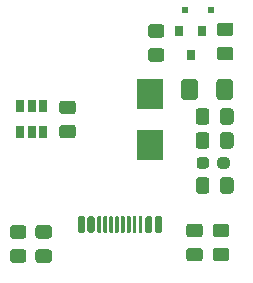
<source format=gbr>
%TF.GenerationSoftware,KiCad,Pcbnew,(5.1.6)-1*%
%TF.CreationDate,2021-03-12T01:35:39-08:00*%
%TF.ProjectId,WML-C43,574d4c2d-4334-4332-9e6b-696361645f70,rev?*%
%TF.SameCoordinates,Original*%
%TF.FileFunction,Paste,Bot*%
%TF.FilePolarity,Positive*%
%FSLAX46Y46*%
G04 Gerber Fmt 4.6, Leading zero omitted, Abs format (unit mm)*
G04 Created by KiCad (PCBNEW (5.1.6)-1) date 2021-03-12 01:35:39*
%MOMM*%
%LPD*%
G01*
G04 APERTURE LIST*
%ADD10R,0.500000X0.500000*%
%ADD11R,0.800000X0.900000*%
%ADD12R,0.650000X1.060000*%
%ADD13R,2.300000X2.500000*%
G04 APERTURE END LIST*
D10*
%TO.C,D2*%
X167724000Y-35560000D03*
X165524000Y-35560000D03*
%TD*%
D11*
%TO.C,U2*%
X165989000Y-39354000D03*
X166939000Y-37354000D03*
X165039000Y-37354000D03*
%TD*%
D12*
%TO.C,U1*%
X152527000Y-45931000D03*
X151577000Y-45931000D03*
X153477000Y-45931000D03*
X153477000Y-43731000D03*
X152527000Y-43731000D03*
X151577000Y-43731000D03*
%TD*%
%TO.C,R3*%
G36*
G01*
X150933999Y-55822000D02*
X151834001Y-55822000D01*
G75*
G02*
X152084000Y-56071999I0J-249999D01*
G01*
X152084000Y-56722001D01*
G75*
G02*
X151834001Y-56972000I-249999J0D01*
G01*
X150933999Y-56972000D01*
G75*
G02*
X150684000Y-56722001I0J249999D01*
G01*
X150684000Y-56071999D01*
G75*
G02*
X150933999Y-55822000I249999J0D01*
G01*
G37*
G36*
G01*
X150933999Y-53772000D02*
X151834001Y-53772000D01*
G75*
G02*
X152084000Y-54021999I0J-249999D01*
G01*
X152084000Y-54672001D01*
G75*
G02*
X151834001Y-54922000I-249999J0D01*
G01*
X150933999Y-54922000D01*
G75*
G02*
X150684000Y-54672001I0J249999D01*
G01*
X150684000Y-54021999D01*
G75*
G02*
X150933999Y-53772000I249999J0D01*
G01*
G37*
%TD*%
%TO.C,R2*%
G36*
G01*
X153092999Y-55822000D02*
X153993001Y-55822000D01*
G75*
G02*
X154243000Y-56071999I0J-249999D01*
G01*
X154243000Y-56722001D01*
G75*
G02*
X153993001Y-56972000I-249999J0D01*
G01*
X153092999Y-56972000D01*
G75*
G02*
X152843000Y-56722001I0J249999D01*
G01*
X152843000Y-56071999D01*
G75*
G02*
X153092999Y-55822000I249999J0D01*
G01*
G37*
G36*
G01*
X153092999Y-53772000D02*
X153993001Y-53772000D01*
G75*
G02*
X154243000Y-54021999I0J-249999D01*
G01*
X154243000Y-54672001D01*
G75*
G02*
X153993001Y-54922000I-249999J0D01*
G01*
X153092999Y-54922000D01*
G75*
G02*
X152843000Y-54672001I0J249999D01*
G01*
X152843000Y-54021999D01*
G75*
G02*
X153092999Y-53772000I249999J0D01*
G01*
G37*
%TD*%
%TO.C,F1*%
G36*
G01*
X168161000Y-42916000D02*
X168161000Y-41666000D01*
G75*
G02*
X168411000Y-41416000I250000J0D01*
G01*
X169336000Y-41416000D01*
G75*
G02*
X169586000Y-41666000I0J-250000D01*
G01*
X169586000Y-42916000D01*
G75*
G02*
X169336000Y-43166000I-250000J0D01*
G01*
X168411000Y-43166000D01*
G75*
G02*
X168161000Y-42916000I0J250000D01*
G01*
G37*
G36*
G01*
X165186000Y-42916000D02*
X165186000Y-41666000D01*
G75*
G02*
X165436000Y-41416000I250000J0D01*
G01*
X166361000Y-41416000D01*
G75*
G02*
X166611000Y-41666000I0J-250000D01*
G01*
X166611000Y-42916000D01*
G75*
G02*
X166361000Y-43166000I-250000J0D01*
G01*
X165436000Y-43166000D01*
G75*
G02*
X165186000Y-42916000I0J250000D01*
G01*
G37*
%TD*%
D13*
%TO.C,D1*%
X162560000Y-46981000D03*
X162560000Y-42681000D03*
%TD*%
%TO.C,C4*%
G36*
G01*
X168459999Y-38677000D02*
X169360001Y-38677000D01*
G75*
G02*
X169610000Y-38926999I0J-249999D01*
G01*
X169610000Y-39577001D01*
G75*
G02*
X169360001Y-39827000I-249999J0D01*
G01*
X168459999Y-39827000D01*
G75*
G02*
X168210000Y-39577001I0J249999D01*
G01*
X168210000Y-38926999D01*
G75*
G02*
X168459999Y-38677000I249999J0D01*
G01*
G37*
G36*
G01*
X168459999Y-36627000D02*
X169360001Y-36627000D01*
G75*
G02*
X169610000Y-36876999I0J-249999D01*
G01*
X169610000Y-37527001D01*
G75*
G02*
X169360001Y-37777000I-249999J0D01*
G01*
X168459999Y-37777000D01*
G75*
G02*
X168210000Y-37527001I0J249999D01*
G01*
X168210000Y-36876999D01*
G75*
G02*
X168459999Y-36627000I249999J0D01*
G01*
G37*
%TD*%
%TO.C,C3*%
G36*
G01*
X155124999Y-45281000D02*
X156025001Y-45281000D01*
G75*
G02*
X156275000Y-45530999I0J-249999D01*
G01*
X156275000Y-46181001D01*
G75*
G02*
X156025001Y-46431000I-249999J0D01*
G01*
X155124999Y-46431000D01*
G75*
G02*
X154875000Y-46181001I0J249999D01*
G01*
X154875000Y-45530999D01*
G75*
G02*
X155124999Y-45281000I249999J0D01*
G01*
G37*
G36*
G01*
X155124999Y-43231000D02*
X156025001Y-43231000D01*
G75*
G02*
X156275000Y-43480999I0J-249999D01*
G01*
X156275000Y-44131001D01*
G75*
G02*
X156025001Y-44381000I-249999J0D01*
G01*
X155124999Y-44381000D01*
G75*
G02*
X154875000Y-44131001I0J249999D01*
G01*
X154875000Y-43480999D01*
G75*
G02*
X155124999Y-43231000I249999J0D01*
G01*
G37*
%TD*%
%TO.C,C2*%
G36*
G01*
X163518001Y-37904000D02*
X162617999Y-37904000D01*
G75*
G02*
X162368000Y-37654001I0J249999D01*
G01*
X162368000Y-37003999D01*
G75*
G02*
X162617999Y-36754000I249999J0D01*
G01*
X163518001Y-36754000D01*
G75*
G02*
X163768000Y-37003999I0J-249999D01*
G01*
X163768000Y-37654001D01*
G75*
G02*
X163518001Y-37904000I-249999J0D01*
G01*
G37*
G36*
G01*
X163518001Y-39954000D02*
X162617999Y-39954000D01*
G75*
G02*
X162368000Y-39704001I0J249999D01*
G01*
X162368000Y-39053999D01*
G75*
G02*
X162617999Y-38804000I249999J0D01*
G01*
X163518001Y-38804000D01*
G75*
G02*
X163768000Y-39053999I0J-249999D01*
G01*
X163768000Y-39704001D01*
G75*
G02*
X163518001Y-39954000I-249999J0D01*
G01*
G37*
%TD*%
%TO.C,C1*%
G36*
G01*
X166760001Y-54805000D02*
X165859999Y-54805000D01*
G75*
G02*
X165610000Y-54555001I0J249999D01*
G01*
X165610000Y-53904999D01*
G75*
G02*
X165859999Y-53655000I249999J0D01*
G01*
X166760001Y-53655000D01*
G75*
G02*
X167010000Y-53904999I0J-249999D01*
G01*
X167010000Y-54555001D01*
G75*
G02*
X166760001Y-54805000I-249999J0D01*
G01*
G37*
G36*
G01*
X166760001Y-56855000D02*
X165859999Y-56855000D01*
G75*
G02*
X165610000Y-56605001I0J249999D01*
G01*
X165610000Y-55954999D01*
G75*
G02*
X165859999Y-55705000I249999J0D01*
G01*
X166760001Y-55705000D01*
G75*
G02*
X167010000Y-55954999I0J-249999D01*
G01*
X167010000Y-56605001D01*
G75*
G02*
X166760001Y-56855000I-249999J0D01*
G01*
G37*
%TD*%
%TO.C,R1*%
G36*
G01*
X169010001Y-54805000D02*
X168109999Y-54805000D01*
G75*
G02*
X167860000Y-54555001I0J249999D01*
G01*
X167860000Y-53904999D01*
G75*
G02*
X168109999Y-53655000I249999J0D01*
G01*
X169010001Y-53655000D01*
G75*
G02*
X169260000Y-53904999I0J-249999D01*
G01*
X169260000Y-54555001D01*
G75*
G02*
X169010001Y-54805000I-249999J0D01*
G01*
G37*
G36*
G01*
X169010001Y-56855000D02*
X168109999Y-56855000D01*
G75*
G02*
X167860000Y-56605001I0J249999D01*
G01*
X167860000Y-55954999D01*
G75*
G02*
X168109999Y-55705000I249999J0D01*
G01*
X169010001Y-55705000D01*
G75*
G02*
X169260000Y-55954999I0J-249999D01*
G01*
X169260000Y-56605001D01*
G75*
G02*
X169010001Y-56855000I-249999J0D01*
G01*
G37*
%TD*%
%TO.C,J1*%
G36*
G01*
X163550000Y-53150000D02*
X163550000Y-54300000D01*
G75*
G02*
X163400000Y-54450000I-150000J0D01*
G01*
X163100000Y-54450000D01*
G75*
G02*
X162950000Y-54300000I0J150000D01*
G01*
X162950000Y-53150000D01*
G75*
G02*
X163100000Y-53000000I150000J0D01*
G01*
X163400000Y-53000000D01*
G75*
G02*
X163550000Y-53150000I0J-150000D01*
G01*
G37*
G36*
G01*
X161900000Y-53075000D02*
X161900000Y-54375000D01*
G75*
G02*
X161825000Y-54450000I-75000J0D01*
G01*
X161675000Y-54450000D01*
G75*
G02*
X161600000Y-54375000I0J75000D01*
G01*
X161600000Y-53075000D01*
G75*
G02*
X161675000Y-53000000I75000J0D01*
G01*
X161825000Y-53000000D01*
G75*
G02*
X161900000Y-53075000I0J-75000D01*
G01*
G37*
G36*
G01*
X161400000Y-53075000D02*
X161400000Y-54375000D01*
G75*
G02*
X161325000Y-54450000I-75000J0D01*
G01*
X161175000Y-54450000D01*
G75*
G02*
X161100000Y-54375000I0J75000D01*
G01*
X161100000Y-53075000D01*
G75*
G02*
X161175000Y-53000000I75000J0D01*
G01*
X161325000Y-53000000D01*
G75*
G02*
X161400000Y-53075000I0J-75000D01*
G01*
G37*
G36*
G01*
X160900000Y-53075000D02*
X160900000Y-54375000D01*
G75*
G02*
X160825000Y-54450000I-75000J0D01*
G01*
X160675000Y-54450000D01*
G75*
G02*
X160600000Y-54375000I0J75000D01*
G01*
X160600000Y-53075000D01*
G75*
G02*
X160675000Y-53000000I75000J0D01*
G01*
X160825000Y-53000000D01*
G75*
G02*
X160900000Y-53075000I0J-75000D01*
G01*
G37*
G36*
G01*
X160404000Y-53075000D02*
X160404000Y-54375000D01*
G75*
G02*
X160329000Y-54450000I-75000J0D01*
G01*
X160179000Y-54450000D01*
G75*
G02*
X160104000Y-54375000I0J75000D01*
G01*
X160104000Y-53075000D01*
G75*
G02*
X160179000Y-53000000I75000J0D01*
G01*
X160329000Y-53000000D01*
G75*
G02*
X160404000Y-53075000I0J-75000D01*
G01*
G37*
G36*
G01*
X158400000Y-53075000D02*
X158400000Y-54375000D01*
G75*
G02*
X158325000Y-54450000I-75000J0D01*
G01*
X158175000Y-54450000D01*
G75*
G02*
X158100000Y-54375000I0J75000D01*
G01*
X158100000Y-53075000D01*
G75*
G02*
X158175000Y-53000000I75000J0D01*
G01*
X158325000Y-53000000D01*
G75*
G02*
X158400000Y-53075000I0J-75000D01*
G01*
G37*
G36*
G01*
X158900000Y-53075000D02*
X158900000Y-54375000D01*
G75*
G02*
X158825000Y-54450000I-75000J0D01*
G01*
X158675000Y-54450000D01*
G75*
G02*
X158600000Y-54375000I0J75000D01*
G01*
X158600000Y-53075000D01*
G75*
G02*
X158675000Y-53000000I75000J0D01*
G01*
X158825000Y-53000000D01*
G75*
G02*
X158900000Y-53075000I0J-75000D01*
G01*
G37*
G36*
G01*
X159400000Y-53075000D02*
X159400000Y-54375000D01*
G75*
G02*
X159325000Y-54450000I-75000J0D01*
G01*
X159175000Y-54450000D01*
G75*
G02*
X159100000Y-54375000I0J75000D01*
G01*
X159100000Y-53075000D01*
G75*
G02*
X159175000Y-53000000I75000J0D01*
G01*
X159325000Y-53000000D01*
G75*
G02*
X159400000Y-53075000I0J-75000D01*
G01*
G37*
G36*
G01*
X159900000Y-53075000D02*
X159900000Y-54375000D01*
G75*
G02*
X159825000Y-54450000I-75000J0D01*
G01*
X159675000Y-54450000D01*
G75*
G02*
X159600000Y-54375000I0J75000D01*
G01*
X159600000Y-53075000D01*
G75*
G02*
X159675000Y-53000000I75000J0D01*
G01*
X159825000Y-53000000D01*
G75*
G02*
X159900000Y-53075000I0J-75000D01*
G01*
G37*
G36*
G01*
X162750000Y-53150000D02*
X162750000Y-54300000D01*
G75*
G02*
X162600000Y-54450000I-150000J0D01*
G01*
X162300000Y-54450000D01*
G75*
G02*
X162150000Y-54300000I0J150000D01*
G01*
X162150000Y-53150000D01*
G75*
G02*
X162300000Y-53000000I150000J0D01*
G01*
X162600000Y-53000000D01*
G75*
G02*
X162750000Y-53150000I0J-150000D01*
G01*
G37*
G36*
G01*
X157050000Y-53150000D02*
X157050000Y-54300000D01*
G75*
G02*
X156900000Y-54450000I-150000J0D01*
G01*
X156600000Y-54450000D01*
G75*
G02*
X156450000Y-54300000I0J150000D01*
G01*
X156450000Y-53150000D01*
G75*
G02*
X156600000Y-53000000I150000J0D01*
G01*
X156900000Y-53000000D01*
G75*
G02*
X157050000Y-53150000I0J-150000D01*
G01*
G37*
G36*
G01*
X157850000Y-53150000D02*
X157850000Y-54300000D01*
G75*
G02*
X157700000Y-54450000I-150000J0D01*
G01*
X157400000Y-54450000D01*
G75*
G02*
X157250000Y-54300000I0J150000D01*
G01*
X157250000Y-53150000D01*
G75*
G02*
X157400000Y-53000000I150000J0D01*
G01*
X157700000Y-53000000D01*
G75*
G02*
X157850000Y-53150000I0J-150000D01*
G01*
G37*
%TD*%
%TO.C,C6*%
G36*
G01*
X168471000Y-47059001D02*
X168471000Y-46158999D01*
G75*
G02*
X168720999Y-45909000I249999J0D01*
G01*
X169371001Y-45909000D01*
G75*
G02*
X169621000Y-46158999I0J-249999D01*
G01*
X169621000Y-47059001D01*
G75*
G02*
X169371001Y-47309000I-249999J0D01*
G01*
X168720999Y-47309000D01*
G75*
G02*
X168471000Y-47059001I0J249999D01*
G01*
G37*
G36*
G01*
X166421000Y-47059001D02*
X166421000Y-46158999D01*
G75*
G02*
X166670999Y-45909000I249999J0D01*
G01*
X167321001Y-45909000D01*
G75*
G02*
X167571000Y-46158999I0J-249999D01*
G01*
X167571000Y-47059001D01*
G75*
G02*
X167321001Y-47309000I-249999J0D01*
G01*
X166670999Y-47309000D01*
G75*
G02*
X166421000Y-47059001I0J249999D01*
G01*
G37*
%TD*%
%TO.C,C7*%
G36*
G01*
X168471000Y-45027001D02*
X168471000Y-44126999D01*
G75*
G02*
X168720999Y-43877000I249999J0D01*
G01*
X169371001Y-43877000D01*
G75*
G02*
X169621000Y-44126999I0J-249999D01*
G01*
X169621000Y-45027001D01*
G75*
G02*
X169371001Y-45277000I-249999J0D01*
G01*
X168720999Y-45277000D01*
G75*
G02*
X168471000Y-45027001I0J249999D01*
G01*
G37*
G36*
G01*
X166421000Y-45027001D02*
X166421000Y-44126999D01*
G75*
G02*
X166670999Y-43877000I249999J0D01*
G01*
X167321001Y-43877000D01*
G75*
G02*
X167571000Y-44126999I0J-249999D01*
G01*
X167571000Y-45027001D01*
G75*
G02*
X167321001Y-45277000I-249999J0D01*
G01*
X166670999Y-45277000D01*
G75*
G02*
X166421000Y-45027001I0J249999D01*
G01*
G37*
%TD*%
%TO.C,C5*%
G36*
G01*
X168480000Y-50869001D02*
X168480000Y-49968999D01*
G75*
G02*
X168729999Y-49719000I249999J0D01*
G01*
X169380001Y-49719000D01*
G75*
G02*
X169630000Y-49968999I0J-249999D01*
G01*
X169630000Y-50869001D01*
G75*
G02*
X169380001Y-51119000I-249999J0D01*
G01*
X168729999Y-51119000D01*
G75*
G02*
X168480000Y-50869001I0J249999D01*
G01*
G37*
G36*
G01*
X166430000Y-50869001D02*
X166430000Y-49968999D01*
G75*
G02*
X166679999Y-49719000I249999J0D01*
G01*
X167330001Y-49719000D01*
G75*
G02*
X167580000Y-49968999I0J-249999D01*
G01*
X167580000Y-50869001D01*
G75*
G02*
X167330001Y-51119000I-249999J0D01*
G01*
X166679999Y-51119000D01*
G75*
G02*
X166430000Y-50869001I0J249999D01*
G01*
G37*
%TD*%
%TO.C,FB1*%
G36*
G01*
X169294000Y-48276500D02*
X169294000Y-48751500D01*
G75*
G02*
X169056500Y-48989000I-237500J0D01*
G01*
X168481500Y-48989000D01*
G75*
G02*
X168244000Y-48751500I0J237500D01*
G01*
X168244000Y-48276500D01*
G75*
G02*
X168481500Y-48039000I237500J0D01*
G01*
X169056500Y-48039000D01*
G75*
G02*
X169294000Y-48276500I0J-237500D01*
G01*
G37*
G36*
G01*
X167544000Y-48276500D02*
X167544000Y-48751500D01*
G75*
G02*
X167306500Y-48989000I-237500J0D01*
G01*
X166731500Y-48989000D01*
G75*
G02*
X166494000Y-48751500I0J237500D01*
G01*
X166494000Y-48276500D01*
G75*
G02*
X166731500Y-48039000I237500J0D01*
G01*
X167306500Y-48039000D01*
G75*
G02*
X167544000Y-48276500I0J-237500D01*
G01*
G37*
%TD*%
M02*

</source>
